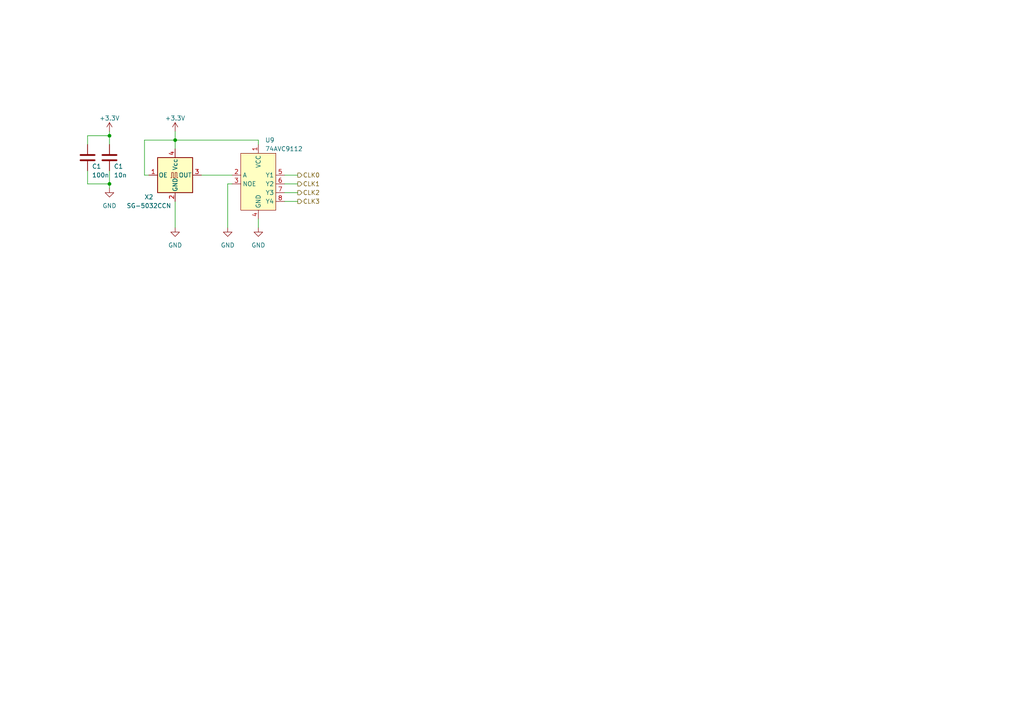
<source format=kicad_sch>
(kicad_sch (version 20230121) (generator eeschema)

  (uuid 7810c0d7-9d93-422f-8285-b985ec0af9bc)

  (paper "A4")

  (title_block
    (title "net-bmp")
    (date "2023-10-31")
    (rev "a")
    (company "elagil")
  )

  (lib_symbols
    (symbol "Buffers:74AVC9112" (in_bom yes) (on_board yes)
      (property "Reference" "U" (at 8.89 0 0)
        (effects (font (size 1.27 1.27)))
      )
      (property "Value" "74AVC9112" (at 8.89 2.54 0)
        (effects (font (size 1.27 1.27)))
      )
      (property "Footprint" "" (at 0 0 0)
        (effects (font (size 1.27 1.27)) hide)
      )
      (property "Datasheet" "" (at 0 0 0)
        (effects (font (size 1.27 1.27)) hide)
      )
      (symbol "74AVC9112_0_1"
        (rectangle (start -3.81 0) (end 6.35 -16.51)
          (stroke (width 0.1524) (type default))
          (fill (type background))
        )
      )
      (symbol "74AVC9112_1_1"
        (pin power_in line (at 1.27 2.54 270) (length 2.54)
          (name "VCC" (effects (font (size 1.27 1.27))))
          (number "1" (effects (font (size 1.27 1.27))))
        )
        (pin input line (at -6.35 -6.35 0) (length 2.54)
          (name "A" (effects (font (size 1.27 1.27))))
          (number "2" (effects (font (size 1.27 1.27))))
        )
        (pin input line (at -6.35 -8.89 0) (length 2.54)
          (name "NOE" (effects (font (size 1.27 1.27))))
          (number "3" (effects (font (size 1.27 1.27))))
        )
        (pin power_in line (at 1.27 -19.05 90) (length 2.54)
          (name "GND" (effects (font (size 1.27 1.27))))
          (number "4" (effects (font (size 1.27 1.27))))
        )
        (pin output line (at 8.89 -6.35 180) (length 2.54)
          (name "Y1" (effects (font (size 1.27 1.27))))
          (number "5" (effects (font (size 1.27 1.27))))
        )
        (pin output line (at 8.89 -8.89 180) (length 2.54)
          (name "Y2" (effects (font (size 1.27 1.27))))
          (number "6" (effects (font (size 1.27 1.27))))
        )
        (pin output line (at 8.89 -11.43 180) (length 2.54)
          (name "Y3" (effects (font (size 1.27 1.27))))
          (number "7" (effects (font (size 1.27 1.27))))
        )
        (pin output line (at 8.89 -13.97 180) (length 2.54)
          (name "Y4" (effects (font (size 1.27 1.27))))
          (number "8" (effects (font (size 1.27 1.27))))
        )
      )
    )
    (symbol "Device:C" (pin_numbers hide) (pin_names (offset 0.254)) (in_bom yes) (on_board yes)
      (property "Reference" "C" (at 0.635 2.54 0)
        (effects (font (size 1.27 1.27)) (justify left))
      )
      (property "Value" "C" (at 0.635 -2.54 0)
        (effects (font (size 1.27 1.27)) (justify left))
      )
      (property "Footprint" "" (at 0.9652 -3.81 0)
        (effects (font (size 1.27 1.27)) hide)
      )
      (property "Datasheet" "~" (at 0 0 0)
        (effects (font (size 1.27 1.27)) hide)
      )
      (property "ki_keywords" "cap capacitor" (at 0 0 0)
        (effects (font (size 1.27 1.27)) hide)
      )
      (property "ki_description" "Unpolarized capacitor" (at 0 0 0)
        (effects (font (size 1.27 1.27)) hide)
      )
      (property "ki_fp_filters" "C_*" (at 0 0 0)
        (effects (font (size 1.27 1.27)) hide)
      )
      (symbol "C_0_1"
        (polyline
          (pts
            (xy -2.032 -0.762)
            (xy 2.032 -0.762)
          )
          (stroke (width 0.508) (type default))
          (fill (type none))
        )
        (polyline
          (pts
            (xy -2.032 0.762)
            (xy 2.032 0.762)
          )
          (stroke (width 0.508) (type default))
          (fill (type none))
        )
      )
      (symbol "C_1_1"
        (pin passive line (at 0 3.81 270) (length 2.794)
          (name "~" (effects (font (size 1.27 1.27))))
          (number "1" (effects (font (size 1.27 1.27))))
        )
        (pin passive line (at 0 -3.81 90) (length 2.794)
          (name "~" (effects (font (size 1.27 1.27))))
          (number "2" (effects (font (size 1.27 1.27))))
        )
      )
    )
    (symbol "Oscillator:SG-5032CCN" (pin_names (offset 0.254)) (in_bom yes) (on_board yes)
      (property "Reference" "X" (at -5.08 6.35 0)
        (effects (font (size 1.27 1.27)) (justify left))
      )
      (property "Value" "SG-5032CCN" (at 1.27 -6.35 0)
        (effects (font (size 1.27 1.27)) (justify left))
      )
      (property "Footprint" "Oscillator:Oscillator_SMD_SeikoEpson_SG8002LB-4Pin_5.0x3.2mm" (at 17.78 -8.89 0)
        (effects (font (size 1.27 1.27)) hide)
      )
      (property "Datasheet" "https://support.epson.biz/td/api/doc_check.php?dl=brief_SG5032CCN&lang=en" (at -2.54 0 0)
        (effects (font (size 1.27 1.27)) hide)
      )
      (property "ki_keywords" "Crystal Clock Oscillator" (at 0 0 0)
        (effects (font (size 1.27 1.27)) hide)
      )
      (property "ki_description" "CMOS Clock Oscillator 2.5 to 50 MHz" (at 0 0 0)
        (effects (font (size 1.27 1.27)) hide)
      )
      (property "ki_fp_filters" "Oscillator*SMD*SeikoEpson*SG8002LB*5.0x3.2mm*" (at 0 0 0)
        (effects (font (size 1.27 1.27)) hide)
      )
      (symbol "SG-5032CCN_0_1"
        (rectangle (start -5.08 5.08) (end 5.08 -5.08)
          (stroke (width 0.254) (type default))
          (fill (type background))
        )
        (polyline
          (pts
            (xy -1.27 -0.762)
            (xy -1.016 -0.762)
            (xy -1.016 0.762)
            (xy -0.508 0.762)
            (xy -0.508 -0.762)
            (xy 0 -0.762)
            (xy 0 0.762)
            (xy 0.508 0.762)
            (xy 0.508 -0.762)
            (xy 0.762 -0.762)
          )
          (stroke (width 0) (type default))
          (fill (type none))
        )
      )
      (symbol "SG-5032CCN_1_1"
        (pin input line (at -7.62 0 0) (length 2.54)
          (name "OE" (effects (font (size 1.27 1.27))))
          (number "1" (effects (font (size 1.27 1.27))))
        )
        (pin power_in line (at 0 -7.62 90) (length 2.54)
          (name "GND" (effects (font (size 1.27 1.27))))
          (number "2" (effects (font (size 1.27 1.27))))
        )
        (pin output line (at 7.62 0 180) (length 2.54)
          (name "OUT" (effects (font (size 1.27 1.27))))
          (number "3" (effects (font (size 1.27 1.27))))
        )
        (pin power_in line (at 0 7.62 270) (length 2.54)
          (name "Vcc" (effects (font (size 1.27 1.27))))
          (number "4" (effects (font (size 1.27 1.27))))
        )
      )
    )
    (symbol "power:+3.3V" (power) (pin_names (offset 0)) (in_bom yes) (on_board yes)
      (property "Reference" "#PWR" (at 0 -3.81 0)
        (effects (font (size 1.27 1.27)) hide)
      )
      (property "Value" "+3.3V" (at 0 3.556 0)
        (effects (font (size 1.27 1.27)))
      )
      (property "Footprint" "" (at 0 0 0)
        (effects (font (size 1.27 1.27)) hide)
      )
      (property "Datasheet" "" (at 0 0 0)
        (effects (font (size 1.27 1.27)) hide)
      )
      (property "ki_keywords" "global power" (at 0 0 0)
        (effects (font (size 1.27 1.27)) hide)
      )
      (property "ki_description" "Power symbol creates a global label with name \"+3.3V\"" (at 0 0 0)
        (effects (font (size 1.27 1.27)) hide)
      )
      (symbol "+3.3V_0_1"
        (polyline
          (pts
            (xy -0.762 1.27)
            (xy 0 2.54)
          )
          (stroke (width 0) (type default))
          (fill (type none))
        )
        (polyline
          (pts
            (xy 0 0)
            (xy 0 2.54)
          )
          (stroke (width 0) (type default))
          (fill (type none))
        )
        (polyline
          (pts
            (xy 0 2.54)
            (xy 0.762 1.27)
          )
          (stroke (width 0) (type default))
          (fill (type none))
        )
      )
      (symbol "+3.3V_1_1"
        (pin power_in line (at 0 0 90) (length 0) hide
          (name "+3.3V" (effects (font (size 1.27 1.27))))
          (number "1" (effects (font (size 1.27 1.27))))
        )
      )
    )
    (symbol "power:GND" (power) (pin_names (offset 0)) (in_bom yes) (on_board yes)
      (property "Reference" "#PWR" (at 0 -6.35 0)
        (effects (font (size 1.27 1.27)) hide)
      )
      (property "Value" "GND" (at 0 -3.81 0)
        (effects (font (size 1.27 1.27)))
      )
      (property "Footprint" "" (at 0 0 0)
        (effects (font (size 1.27 1.27)) hide)
      )
      (property "Datasheet" "" (at 0 0 0)
        (effects (font (size 1.27 1.27)) hide)
      )
      (property "ki_keywords" "global power" (at 0 0 0)
        (effects (font (size 1.27 1.27)) hide)
      )
      (property "ki_description" "Power symbol creates a global label with name \"GND\" , ground" (at 0 0 0)
        (effects (font (size 1.27 1.27)) hide)
      )
      (symbol "GND_0_1"
        (polyline
          (pts
            (xy 0 0)
            (xy 0 -1.27)
            (xy 1.27 -1.27)
            (xy 0 -2.54)
            (xy -1.27 -1.27)
            (xy 0 -1.27)
          )
          (stroke (width 0) (type default))
          (fill (type none))
        )
      )
      (symbol "GND_1_1"
        (pin power_in line (at 0 0 270) (length 0) hide
          (name "GND" (effects (font (size 1.27 1.27))))
          (number "1" (effects (font (size 1.27 1.27))))
        )
      )
    )
  )

  (junction (at 50.8 40.64) (diameter 0) (color 0 0 0 0)
    (uuid 20685aec-18c8-4d59-ab64-704edd9dd32c)
  )
  (junction (at 31.75 53.34) (diameter 0) (color 0 0 0 0)
    (uuid a662342c-ac6a-4dd1-9ea1-924da51b004c)
  )
  (junction (at 31.75 39.37) (diameter 0) (color 0 0 0 0)
    (uuid d6f69c29-b33b-4f1c-a77c-8d972bd14109)
  )

  (wire (pts (xy 74.93 63.5) (xy 74.93 66.04))
    (stroke (width 0) (type default))
    (uuid 03d3fbef-6a9c-488f-ac50-ad785b351ba2)
  )
  (wire (pts (xy 67.31 53.34) (xy 66.04 53.34))
    (stroke (width 0) (type default))
    (uuid 0b20d955-6bda-4d35-a85e-137fb9886108)
  )
  (wire (pts (xy 31.75 39.37) (xy 25.4 39.37))
    (stroke (width 0) (type default))
    (uuid 0ddc12aa-5648-465c-b6c1-b10c4ab5965d)
  )
  (wire (pts (xy 31.75 53.34) (xy 31.75 49.53))
    (stroke (width 0) (type default))
    (uuid 13ce2087-bd6c-4fe2-9faf-e25a0ecacc63)
  )
  (wire (pts (xy 41.91 40.64) (xy 50.8 40.64))
    (stroke (width 0) (type default))
    (uuid 18f07856-ffd2-438e-a3c4-e9d7877111a2)
  )
  (wire (pts (xy 50.8 40.64) (xy 50.8 43.18))
    (stroke (width 0) (type default))
    (uuid 1b8decbb-d2f7-48d5-9681-e3430b6e8f7a)
  )
  (wire (pts (xy 50.8 38.1) (xy 50.8 40.64))
    (stroke (width 0) (type default))
    (uuid 1d7f89ab-c840-4cd6-a546-a76394a261a7)
  )
  (wire (pts (xy 50.8 58.42) (xy 50.8 66.04))
    (stroke (width 0) (type default))
    (uuid 2f2aa170-0211-4f91-bfe7-33cebc1844b4)
  )
  (wire (pts (xy 82.55 50.8) (xy 86.36 50.8))
    (stroke (width 0) (type default))
    (uuid 32b1d868-fc2b-4942-8cad-8753d9a26eec)
  )
  (wire (pts (xy 82.55 58.42) (xy 86.36 58.42))
    (stroke (width 0) (type default))
    (uuid 38522e57-288b-4500-a506-1f466b3b64fb)
  )
  (wire (pts (xy 25.4 49.53) (xy 25.4 53.34))
    (stroke (width 0) (type default))
    (uuid 4d8fdb08-bb62-4aa9-a78a-b39b2f663dba)
  )
  (wire (pts (xy 74.93 41.91) (xy 74.93 40.64))
    (stroke (width 0) (type default))
    (uuid 5f67d3b0-60a3-4c6a-b454-d2ae62f4fbba)
  )
  (wire (pts (xy 82.55 53.34) (xy 86.36 53.34))
    (stroke (width 0) (type default))
    (uuid 6bc848e1-8788-495e-a9e2-b10b7b02cac3)
  )
  (wire (pts (xy 58.42 50.8) (xy 67.31 50.8))
    (stroke (width 0) (type default))
    (uuid 700b18b2-eb15-40e3-a732-02d87e1387d6)
  )
  (wire (pts (xy 66.04 53.34) (xy 66.04 66.04))
    (stroke (width 0) (type default))
    (uuid 829948c8-1af9-4535-b8a9-7ba7d3914e86)
  )
  (wire (pts (xy 43.18 50.8) (xy 41.91 50.8))
    (stroke (width 0) (type default))
    (uuid a0bce716-7008-47c4-8b5d-6f8f58cbbca0)
  )
  (wire (pts (xy 31.75 41.91) (xy 31.75 39.37))
    (stroke (width 0) (type default))
    (uuid a66dbb74-c0ae-40a4-863c-eb3db884684c)
  )
  (wire (pts (xy 25.4 53.34) (xy 31.75 53.34))
    (stroke (width 0) (type default))
    (uuid a698f02d-7d34-45c6-a2de-453926d03d3a)
  )
  (wire (pts (xy 82.55 55.88) (xy 86.36 55.88))
    (stroke (width 0) (type default))
    (uuid b8d2b877-ba9b-49f5-9bf7-629e5797fc23)
  )
  (wire (pts (xy 50.8 40.64) (xy 74.93 40.64))
    (stroke (width 0) (type default))
    (uuid c9015f3c-a851-4f22-bcca-a56001fb591f)
  )
  (wire (pts (xy 31.75 38.1) (xy 31.75 39.37))
    (stroke (width 0) (type default))
    (uuid e1c56331-79d1-42dc-be7d-4dbcc3063b7c)
  )
  (wire (pts (xy 41.91 50.8) (xy 41.91 40.64))
    (stroke (width 0) (type default))
    (uuid e1c5cf0c-4d13-4826-8ce2-5e1f12621f35)
  )
  (wire (pts (xy 25.4 39.37) (xy 25.4 41.91))
    (stroke (width 0) (type default))
    (uuid f01b6373-4d65-49d1-b599-cbc5eb817642)
  )
  (wire (pts (xy 31.75 53.34) (xy 31.75 54.61))
    (stroke (width 0) (type default))
    (uuid f040bc05-1c9d-467d-b88f-3419a4cd6fcb)
  )

  (hierarchical_label "CLK0" (shape output) (at 86.36 50.8 0) (fields_autoplaced)
    (effects (font (size 1.27 1.27)) (justify left))
    (uuid b5f08d6f-fe6c-4bbf-9c8f-f0fd14312fd8)
  )
  (hierarchical_label "CLK1" (shape output) (at 86.36 53.34 0) (fields_autoplaced)
    (effects (font (size 1.27 1.27)) (justify left))
    (uuid b8fef76c-1d77-4ca8-b761-6d0d4081b595)
  )
  (hierarchical_label "CLK2" (shape output) (at 86.36 55.88 0) (fields_autoplaced)
    (effects (font (size 1.27 1.27)) (justify left))
    (uuid c79b8006-5ee5-4a19-b87d-9056c1712677)
  )
  (hierarchical_label "CLK3" (shape output) (at 86.36 58.42 0) (fields_autoplaced)
    (effects (font (size 1.27 1.27)) (justify left))
    (uuid cae1c8b2-4588-4db8-bf47-3c1736d3c015)
  )

  (symbol (lib_id "Oscillator:SG-5032CCN") (at 50.8 50.8 0) (unit 1)
    (in_bom yes) (on_board yes) (dnp no)
    (uuid 1830f1a6-e1e3-471b-8bca-32aa040f5073)
    (property "Reference" "X2" (at 43.18 57.15 0)
      (effects (font (size 1.27 1.27)))
    )
    (property "Value" "SG-5032CCN" (at 43.18 59.69 0)
      (effects (font (size 1.27 1.27)))
    )
    (property "Footprint" "Oscillator:Oscillator_SMD_SeikoEpson_SG8002LB-4Pin_5.0x3.2mm" (at 68.58 59.69 0)
      (effects (font (size 1.27 1.27)) hide)
    )
    (property "Datasheet" "https://support.epson.biz/td/api/doc_check.php?dl=brief_SG5032CCN&lang=en" (at 48.26 50.8 0)
      (effects (font (size 1.27 1.27)) hide)
    )
    (property "MPN" "C254223" (at 50.8 50.8 0)
      (effects (font (size 1.27 1.27)) hide)
    )
    (pin "1" (uuid e273ed57-b5f2-41f8-8ef1-a7f7cc57c900))
    (pin "2" (uuid 81761855-814b-4d16-93a9-b566c12734e1))
    (pin "3" (uuid 2eb2088a-7935-4093-9dfd-e5e1fea3767c))
    (pin "4" (uuid a03d3093-9fd2-47e7-b078-71e583a94192))
    (instances
      (project "net-bmp"
        (path "/0556e588-02fe-48e5-93e8-fa3aab1c90e7/309d7cf1-e1fb-4ddf-a622-1bb94a9be3b0"
          (reference "X2") (unit 1)
        )
      )
    )
  )

  (symbol (lib_id "power:GND") (at 66.04 66.04 0) (unit 1)
    (in_bom yes) (on_board yes) (dnp no) (fields_autoplaced)
    (uuid 231634f8-4572-4e77-a7e8-dab9e33c7cc2)
    (property "Reference" "#PWR060" (at 66.04 72.39 0)
      (effects (font (size 1.27 1.27)) hide)
    )
    (property "Value" "GND" (at 66.04 71.12 0)
      (effects (font (size 1.27 1.27)))
    )
    (property "Footprint" "" (at 66.04 66.04 0)
      (effects (font (size 1.27 1.27)) hide)
    )
    (property "Datasheet" "" (at 66.04 66.04 0)
      (effects (font (size 1.27 1.27)) hide)
    )
    (pin "1" (uuid 1640e8fa-c908-4eaa-90c7-89ef220f3bcb))
    (instances
      (project "net-bmp"
        (path "/0556e588-02fe-48e5-93e8-fa3aab1c90e7"
          (reference "#PWR060") (unit 1)
        )
        (path "/0556e588-02fe-48e5-93e8-fa3aab1c90e7/05fc74b7-f058-42ca-bffa-27bc74c664f2"
          (reference "#PWR055") (unit 1)
        )
        (path "/0556e588-02fe-48e5-93e8-fa3aab1c90e7/309d7cf1-e1fb-4ddf-a622-1bb94a9be3b0"
          (reference "#PWR082") (unit 1)
        )
      )
    )
  )

  (symbol (lib_id "power:+3.3V") (at 50.8 38.1 0) (unit 1)
    (in_bom yes) (on_board yes) (dnp no) (fields_autoplaced)
    (uuid 2ff59c46-87e2-48a8-87cc-d36c4d22a0c7)
    (property "Reference" "#PWR054" (at 50.8 41.91 0)
      (effects (font (size 1.27 1.27)) hide)
    )
    (property "Value" "+3.3V" (at 50.8 34.29 0)
      (effects (font (size 1.27 1.27)))
    )
    (property "Footprint" "" (at 50.8 38.1 0)
      (effects (font (size 1.27 1.27)) hide)
    )
    (property "Datasheet" "" (at 50.8 38.1 0)
      (effects (font (size 1.27 1.27)) hide)
    )
    (pin "1" (uuid 628d7ec1-71db-42bb-8388-128912bb9c2a))
    (instances
      (project "net-bmp"
        (path "/0556e588-02fe-48e5-93e8-fa3aab1c90e7"
          (reference "#PWR054") (unit 1)
        )
        (path "/0556e588-02fe-48e5-93e8-fa3aab1c90e7/05fc74b7-f058-42ca-bffa-27bc74c664f2"
          (reference "#PWR054") (unit 1)
        )
        (path "/0556e588-02fe-48e5-93e8-fa3aab1c90e7/309d7cf1-e1fb-4ddf-a622-1bb94a9be3b0"
          (reference "#PWR080") (unit 1)
        )
      )
    )
  )

  (symbol (lib_id "power:GND") (at 74.93 66.04 0) (unit 1)
    (in_bom yes) (on_board yes) (dnp no) (fields_autoplaced)
    (uuid 4138f9cf-6fea-4450-b767-33c0be8cc8fa)
    (property "Reference" "#PWR060" (at 74.93 72.39 0)
      (effects (font (size 1.27 1.27)) hide)
    )
    (property "Value" "GND" (at 74.93 71.12 0)
      (effects (font (size 1.27 1.27)))
    )
    (property "Footprint" "" (at 74.93 66.04 0)
      (effects (font (size 1.27 1.27)) hide)
    )
    (property "Datasheet" "" (at 74.93 66.04 0)
      (effects (font (size 1.27 1.27)) hide)
    )
    (pin "1" (uuid ea478f4b-5248-4e10-b25c-03e17a85184e))
    (instances
      (project "net-bmp"
        (path "/0556e588-02fe-48e5-93e8-fa3aab1c90e7"
          (reference "#PWR060") (unit 1)
        )
        (path "/0556e588-02fe-48e5-93e8-fa3aab1c90e7/05fc74b7-f058-42ca-bffa-27bc74c664f2"
          (reference "#PWR055") (unit 1)
        )
        (path "/0556e588-02fe-48e5-93e8-fa3aab1c90e7/309d7cf1-e1fb-4ddf-a622-1bb94a9be3b0"
          (reference "#PWR083") (unit 1)
        )
      )
    )
  )

  (symbol (lib_id "power:GND") (at 50.8 66.04 0) (unit 1)
    (in_bom yes) (on_board yes) (dnp no) (fields_autoplaced)
    (uuid 5886696c-94fe-4e0f-bb6d-4e99cd17e610)
    (property "Reference" "#PWR055" (at 50.8 72.39 0)
      (effects (font (size 1.27 1.27)) hide)
    )
    (property "Value" "GND" (at 50.8 71.12 0)
      (effects (font (size 1.27 1.27)))
    )
    (property "Footprint" "" (at 50.8 66.04 0)
      (effects (font (size 1.27 1.27)) hide)
    )
    (property "Datasheet" "" (at 50.8 66.04 0)
      (effects (font (size 1.27 1.27)) hide)
    )
    (pin "1" (uuid e0f8b3fd-cfbd-40d5-a381-e70daf9be3ba))
    (instances
      (project "net-bmp"
        (path "/0556e588-02fe-48e5-93e8-fa3aab1c90e7"
          (reference "#PWR055") (unit 1)
        )
        (path "/0556e588-02fe-48e5-93e8-fa3aab1c90e7/05fc74b7-f058-42ca-bffa-27bc74c664f2"
          (reference "#PWR055") (unit 1)
        )
        (path "/0556e588-02fe-48e5-93e8-fa3aab1c90e7/309d7cf1-e1fb-4ddf-a622-1bb94a9be3b0"
          (reference "#PWR081") (unit 1)
        )
      )
    )
  )

  (symbol (lib_id "Device:C") (at 31.75 45.72 0) (unit 1)
    (in_bom yes) (on_board yes) (dnp no)
    (uuid 74bebf91-9d38-4632-9247-f8d4e0bc931a)
    (property "Reference" "C1" (at 33.02 48.26 0)
      (effects (font (size 1.27 1.27)) (justify left))
    )
    (property "Value" "10n" (at 33.02 50.8 0)
      (effects (font (size 1.27 1.27)) (justify left))
    )
    (property "Footprint" "Capacitor_SMD:C_0402_1005Metric" (at 32.7152 49.53 0)
      (effects (font (size 1.27 1.27)) hide)
    )
    (property "Datasheet" "~" (at 31.75 45.72 0)
      (effects (font (size 1.27 1.27)) hide)
    )
    (property "MPN" "C15195" (at 31.75 45.72 0)
      (effects (font (size 1.27 1.27)) hide)
    )
    (property "JLCPCB Rotation Offset" "" (at 31.75 45.72 0)
      (effects (font (size 1.27 1.27)) hide)
    )
    (pin "1" (uuid 50740b0e-a703-4339-9781-70e0d80f0753))
    (pin "2" (uuid c458c9e2-59c7-4af1-b94a-d1eeab5a8fb3))
    (instances
      (project "net-bmp"
        (path "/0556e588-02fe-48e5-93e8-fa3aab1c90e7/f036b58b-49af-4369-9bda-2bc3b39a73d2"
          (reference "C1") (unit 1)
        )
        (path "/0556e588-02fe-48e5-93e8-fa3aab1c90e7/05fc74b7-f058-42ca-bffa-27bc74c664f2"
          (reference "C10") (unit 1)
        )
        (path "/0556e588-02fe-48e5-93e8-fa3aab1c90e7/e157d64e-477b-4983-afb5-0491664aa612"
          (reference "C17") (unit 1)
        )
        (path "/0556e588-02fe-48e5-93e8-fa3aab1c90e7"
          (reference "C23") (unit 1)
        )
        (path "/0556e588-02fe-48e5-93e8-fa3aab1c90e7/309d7cf1-e1fb-4ddf-a622-1bb94a9be3b0"
          (reference "C34") (unit 1)
        )
      )
    )
  )

  (symbol (lib_id "Buffers:74AVC9112") (at 73.66 44.45 0) (unit 1)
    (in_bom yes) (on_board yes) (dnp no) (fields_autoplaced)
    (uuid cde56a26-16bd-4e73-8bcb-7c96e7c04181)
    (property "Reference" "U9" (at 76.8859 40.64 0)
      (effects (font (size 1.27 1.27)) (justify left))
    )
    (property "Value" "74AVC9112" (at 76.8859 43.18 0)
      (effects (font (size 1.27 1.27)) (justify left))
    )
    (property "Footprint" "Package_SO:VSSOP-8_2.4x2.1mm_P0.5mm" (at 73.66 44.45 0)
      (effects (font (size 1.27 1.27)) hide)
    )
    (property "Datasheet" "" (at 73.66 44.45 0)
      (effects (font (size 1.27 1.27)) hide)
    )
    (property "MPN" "C546283" (at 73.66 44.45 0)
      (effects (font (size 1.27 1.27)) hide)
    )
    (property "JLCPCB Rotation Offset" "-90" (at 73.66 44.45 0)
      (effects (font (size 1.27 1.27)) hide)
    )
    (pin "1" (uuid 07152825-ed17-451c-8e67-8e91ece683ca))
    (pin "2" (uuid d392df0b-6fc9-4724-843a-b1b1a5235314))
    (pin "3" (uuid 4afc75c0-cf27-4ac9-8605-2bf421c64fc7))
    (pin "4" (uuid 12287be8-f8f4-4af5-9a6d-b8b1410e4cdd))
    (pin "5" (uuid 81f703ba-4087-42e9-809a-5a554c760147))
    (pin "6" (uuid c8dfe1a1-104f-4151-9dcd-b945a86f2abc))
    (pin "7" (uuid 7242f33f-6b0e-4384-87fe-83c8e0774abe))
    (pin "8" (uuid cf1d32ab-216e-467e-a5e6-b0c1b63cd1e9))
    (instances
      (project "net-bmp"
        (path "/0556e588-02fe-48e5-93e8-fa3aab1c90e7"
          (reference "U9") (unit 1)
        )
        (path "/0556e588-02fe-48e5-93e8-fa3aab1c90e7/309d7cf1-e1fb-4ddf-a622-1bb94a9be3b0"
          (reference "U9") (unit 1)
        )
      )
    )
  )

  (symbol (lib_id "power:GND") (at 31.75 54.61 0) (unit 1)
    (in_bom yes) (on_board yes) (dnp no) (fields_autoplaced)
    (uuid dd692e28-f0e1-4ff8-9881-7b5b7ef0839b)
    (property "Reference" "#PWR055" (at 31.75 60.96 0)
      (effects (font (size 1.27 1.27)) hide)
    )
    (property "Value" "GND" (at 31.75 59.69 0)
      (effects (font (size 1.27 1.27)))
    )
    (property "Footprint" "" (at 31.75 54.61 0)
      (effects (font (size 1.27 1.27)) hide)
    )
    (property "Datasheet" "" (at 31.75 54.61 0)
      (effects (font (size 1.27 1.27)) hide)
    )
    (pin "1" (uuid 9e0292ea-d49d-4dda-826c-0558ec470be1))
    (instances
      (project "net-bmp"
        (path "/0556e588-02fe-48e5-93e8-fa3aab1c90e7"
          (reference "#PWR055") (unit 1)
        )
        (path "/0556e588-02fe-48e5-93e8-fa3aab1c90e7/05fc74b7-f058-42ca-bffa-27bc74c664f2"
          (reference "#PWR055") (unit 1)
        )
        (path "/0556e588-02fe-48e5-93e8-fa3aab1c90e7/309d7cf1-e1fb-4ddf-a622-1bb94a9be3b0"
          (reference "#PWR079") (unit 1)
        )
      )
    )
  )

  (symbol (lib_id "Device:C") (at 25.4 45.72 0) (unit 1)
    (in_bom yes) (on_board yes) (dnp no)
    (uuid ef893376-cd87-4a0b-9d9c-0b1602b540b5)
    (property "Reference" "C1" (at 26.67 48.26 0)
      (effects (font (size 1.27 1.27)) (justify left))
    )
    (property "Value" "100n" (at 26.67 50.8 0)
      (effects (font (size 1.27 1.27)) (justify left))
    )
    (property "Footprint" "Capacitor_SMD:C_0402_1005Metric" (at 26.3652 49.53 0)
      (effects (font (size 1.27 1.27)) hide)
    )
    (property "Datasheet" "~" (at 25.4 45.72 0)
      (effects (font (size 1.27 1.27)) hide)
    )
    (property "MPN" "C1525" (at 25.4 45.72 0)
      (effects (font (size 1.27 1.27)) hide)
    )
    (property "JLCPCB Rotation Offset" "" (at 25.4 45.72 0)
      (effects (font (size 1.27 1.27)) hide)
    )
    (pin "1" (uuid da1cd867-882f-495f-a3d8-198aa28d7dad))
    (pin "2" (uuid 3d085a61-7651-4bd2-979b-965e50ed6a06))
    (instances
      (project "net-bmp"
        (path "/0556e588-02fe-48e5-93e8-fa3aab1c90e7/f036b58b-49af-4369-9bda-2bc3b39a73d2"
          (reference "C1") (unit 1)
        )
        (path "/0556e588-02fe-48e5-93e8-fa3aab1c90e7/05fc74b7-f058-42ca-bffa-27bc74c664f2"
          (reference "C10") (unit 1)
        )
        (path "/0556e588-02fe-48e5-93e8-fa3aab1c90e7/e157d64e-477b-4983-afb5-0491664aa612"
          (reference "C17") (unit 1)
        )
        (path "/0556e588-02fe-48e5-93e8-fa3aab1c90e7"
          (reference "C23") (unit 1)
        )
        (path "/0556e588-02fe-48e5-93e8-fa3aab1c90e7/309d7cf1-e1fb-4ddf-a622-1bb94a9be3b0"
          (reference "C33") (unit 1)
        )
      )
    )
  )

  (symbol (lib_id "power:+3.3V") (at 31.75 38.1 0) (unit 1)
    (in_bom yes) (on_board yes) (dnp no) (fields_autoplaced)
    (uuid f97516bf-04e3-487c-b9d5-0e14db318a59)
    (property "Reference" "#PWR054" (at 31.75 41.91 0)
      (effects (font (size 1.27 1.27)) hide)
    )
    (property "Value" "+3.3V" (at 31.75 34.29 0)
      (effects (font (size 1.27 1.27)))
    )
    (property "Footprint" "" (at 31.75 38.1 0)
      (effects (font (size 1.27 1.27)) hide)
    )
    (property "Datasheet" "" (at 31.75 38.1 0)
      (effects (font (size 1.27 1.27)) hide)
    )
    (pin "1" (uuid 757833bc-3fb0-4eef-b999-fbcca6373db3))
    (instances
      (project "net-bmp"
        (path "/0556e588-02fe-48e5-93e8-fa3aab1c90e7"
          (reference "#PWR054") (unit 1)
        )
        (path "/0556e588-02fe-48e5-93e8-fa3aab1c90e7/05fc74b7-f058-42ca-bffa-27bc74c664f2"
          (reference "#PWR054") (unit 1)
        )
        (path "/0556e588-02fe-48e5-93e8-fa3aab1c90e7/309d7cf1-e1fb-4ddf-a622-1bb94a9be3b0"
          (reference "#PWR078") (unit 1)
        )
      )
    )
  )
)

</source>
